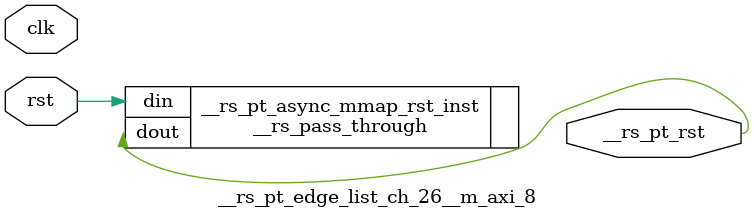
<source format=v>
`timescale 1 ns / 1 ps
/**   Generated by RapidStream   **/
module __rs_pt_edge_list_ch_26__m_axi_8 #(
    parameter BufferSize         = 32,
    parameter BufferSizeLog      = 5,
    parameter AddrWidth          = 64,
    parameter AxiSideAddrWidth   = 64,
    parameter DataWidth          = 512,
    parameter DataWidthBytesLog  = 6,
    parameter WaitTimeWidth      = 4,
    parameter BurstLenWidth      = 8,
    parameter EnableReadChannel  = 1,
    parameter EnableWriteChannel = 1,
    parameter MaxWaitTime        = 3,
    parameter MaxBurstLen        = 15
) (
    output wire __rs_pt_rst,
    input wire  clk,
    input wire  rst
);




__rs_pass_through #(
    .WIDTH (1)
) __rs_pt_async_mmap_rst_inst /**   Generated by RapidStream   **/ (
    .din  (rst),
    .dout (__rs_pt_rst)
);

endmodule  // __rs_pt_edge_list_ch_26__m_axi_8
</source>
